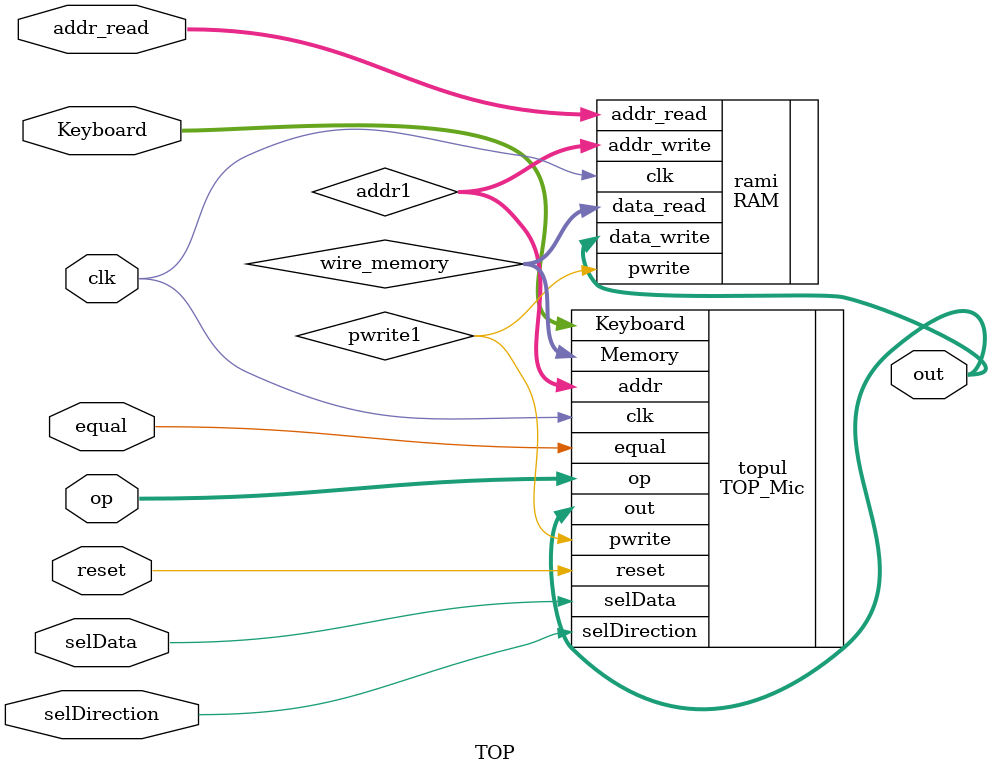
<source format=v>
`timescale 1ns / 1ps



module TOP(input clk,
           input reset,
           input equal,
           input [7:0]addr_read,
           input [6:0] Keyboard ,
           input selData ,
           input selDirection,
           input [1:0]op,
           output [13:0]out);
           
           wire [6:0] wire_memory ;
           wire pwrite1;
           wire [7:0]addr1 ;
           
           TOP_Mic topul(.Keyboard(Keyboard),
                         .Memory(wire_memory),
                         .clk(clk),
                         .equal(equal),
                         .reset(reset),
                         .selData(selData),
                         .selDirection(selDirection),
                         .op(op),
                         .out(out),
                         .pwrite(pwrite1),
                         .addr(addr1));
                         
           RAM rami(.clk(clk),
                    .pwrite(pwrite1),
                    .addr_write(addr1),
                    .addr_read(addr_read),
                    .data_write(out),
                    .data_read(wire_memory));
                                  
endmodule

</source>
